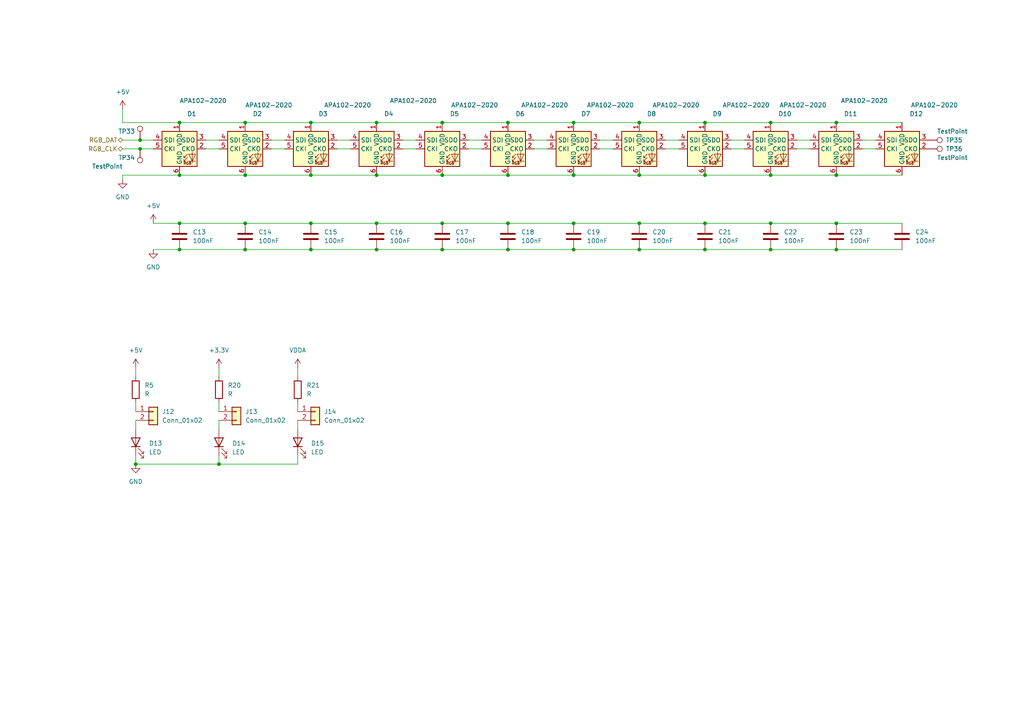
<source format=kicad_sch>
(kicad_sch (version 20230121) (generator eeschema)
  (paper "A4")
  (lib_symbols
    (symbol "Connector:TestPoint" (pin_numbers hide) (pin_names (offset 0.762) hide)
      (property "Reference" "TP" (at 0 6.858 0))
      (property "Value" "TestPoint" (at 0 5.08 0))
      (symbol "TestPoint_0_1"
        (circle (center 0 3.302) (radius 0.762))
      )
      (symbol "TestPoint_1_1"
        (pin passive line (at 0 0 90) (length 2.54) (name "1") (number "1"))
      )
    )
    (symbol "Connector_Generic:Conn_01x02" (pin_names (offset 1.016) hide)
      (property "Reference" "J" (at 0 2.54 0))
      (property "Value" "Conn_01x02" (at 0 -5.08 0))
      (symbol "Conn_01x02_1_1"
        (rectangle (start -1.27 -2.413) (end 0 -2.667) (stroke (width 0.1524)))
        (rectangle (start -1.27 0.127) (end 0 -0.127) (stroke (width 0.1524)))
        (rectangle (start -1.27 1.27) (end 1.27 -3.81) (stroke (width 0.254)) (fill (type background)))
        (pin passive line (at -5.08 0 0) (length 3.81) (name "Pin_1") (number "1"))
        (pin passive line (at -5.08 -2.54 0) (length 3.81) (name "Pin_2") (number "2"))
      )
    )
    (symbol "Device:C" (pin_numbers hide) (pin_names (offset 0.254))
      (property "Reference" "C" (at 0.635 2.54 0))
      (property "Value" "C" (at 0.635 -2.54 0))
      (symbol "C_0_1"
        (polyline (pts (xy -2.032 -0.762) (xy 2.032 -0.762)) (stroke (width 0.508)))
        (polyline (pts (xy -2.032 0.762) (xy 2.032 0.762)) (stroke (width 0.508)))
      )
      (symbol "C_1_1"
        (pin passive line (at 0 3.81 270) (length 2.794) (name "~") (number "1"))
        (pin passive line (at 0 -3.81 90) (length 2.794) (name "~") (number "2"))
      )
    )
    (symbol "Device:LED" (pin_numbers hide) (pin_names (offset 1.016) hide)
      (property "Reference" "D" (at 0 2.54 0))
      (property "Value" "LED" (at 0 -2.54 0))
      (symbol "LED_0_1"
        (polyline (pts (xy -1.27 -1.27) (xy -1.27 1.27)) (stroke (width 0.254)))
        (polyline (pts (xy -1.27 0) (xy 1.27 0)))
        (polyline (pts (xy 1.27 -1.27) (xy 1.27 1.27) (xy -1.27 0) (xy 1.27 -1.27)) (stroke (width 0.254)))
        (polyline (pts (xy -3.048 -0.762) (xy -4.572 -2.286) (xy -3.81 -2.286) (xy -4.572 -2.286) (xy -4.572 -1.524)))
        (polyline (pts (xy -1.778 -0.762) (xy -3.302 -2.286) (xy -2.54 -2.286) (xy -3.302 -2.286) (xy -3.302 -1.524)))
      )
      (symbol "LED_1_1"
        (pin passive line (at -3.81 0 0) (length 2.54) (name "K") (number "1"))
        (pin passive line (at 3.81 0 180) (length 2.54) (name "A") (number "2"))
      )
    )
    (symbol "Device:R" (pin_numbers hide) (pin_names (offset 0))
      (property "Reference" "R" (at 2.032 0 90))
      (property "Value" "R" (at 0 0 90))
      (symbol "R_0_1"
        (rectangle (start -1.016 -2.54) (end 1.016 2.54) (stroke (width 0.254)))
      )
      (symbol "R_1_1"
        (pin passive line (at 0 3.81 270) (length 1.27) (name "~") (number "1"))
        (pin passive line (at 0 -3.81 90) (length 1.27) (name "~") (number "2"))
      )
    )
    (symbol "LED:APA102-2020"
      (property "Reference" "D" (at 5.08 5.715 0))
      (property "Value" "APA102-2020" (at 1.27 -5.715 0))
      (symbol "APA102-2020_0_0"
        (text "RGB" (at 2.286 -4.191 0) (effects (font (size 0.762 0.762))))
      )
      (symbol "APA102-2020_0_1"
        (polyline (pts (xy 1.27 -3.556) (xy 1.778 -3.556)))
        (polyline (pts (xy 1.27 -2.54) (xy 1.778 -2.54)))
        (polyline (pts (xy 4.699 -3.556) (xy 2.667 -3.556)))
        (polyline (pts (xy 2.286 -2.54) (xy 1.27 -3.556) (xy 1.27 -3.048)))
        (polyline (pts (xy 2.286 -1.524) (xy 1.27 -2.54) (xy 1.27 -2.032)))
        (polyline (pts (xy 3.683 -1.016) (xy 3.683 -3.556) (xy 3.683 -4.064)))
        (polyline (pts (xy 4.699 -1.524) (xy 2.667 -1.524) (xy 3.683 -3.556) (xy 4.699 -1.524)))
        (rectangle (start 5.08 5.08) (end -5.08 -5.08) (stroke (width 0.254)) (fill (type background)))
      )
      (symbol "APA102-2020_1_1"
        (pin power_in line (at 0 7.62 270) (length 2.54) (name "VDD") (number "1"))
        (pin output line (at 7.62 0 180) (length 2.54) (name "CKO") (number "2"))
        (pin output line (at 7.62 2.54 180) (length 2.54) (name "SDO") (number "3"))
        (pin input line (at -7.62 2.54 0) (length 2.54) (name "SDI") (number "4"))
        (pin input line (at -7.62 0 0) (length 2.54) (name "CKI") (number "5"))
        (pin power_in line (at 0 -7.62 90) (length 2.54) (name "GND") (number "6"))
      )
    )
    (symbol "power:+3.3V" (power) (pin_names (offset 0))
      (property "Value" "+3.3V" (at 0 3.556 0))
      (symbol "+3.3V_0_1"
        (polyline (pts (xy -0.762 1.27) (xy 0 2.54)))
        (polyline (pts (xy 0 0) (xy 0 2.54)))
        (polyline (pts (xy 0 2.54) (xy 0.762 1.27)))
      )
      (symbol "+3.3V_1_1"
        (pin power_in line (at 0 0 90) (length 0) hide (name "+3.3V") (number "1"))
      )
    )
    (symbol "power:+5V" (power) (pin_names (offset 0))
      (property "Value" "+5V" (at 0 3.556 0))
      (symbol "+5V_0_1"
        (polyline (pts (xy -0.762 1.27) (xy 0 2.54)))
        (polyline (pts (xy 0 0) (xy 0 2.54)))
        (polyline (pts (xy 0 2.54) (xy 0.762 1.27)))
      )
      (symbol "+5V_1_1"
        (pin power_in line (at 0 0 90) (length 0) hide (name "+5V") (number "1"))
      )
    )
    (symbol "power:GND" (power) (pin_names (offset 0))
      (property "Value" "GND" (at 0 -3.81 0))
      (symbol "GND_0_1"
        (polyline (pts (xy 0 0) (xy 0 -1.27) (xy 1.27 -1.27) (xy 0 -2.54) (xy -1.27 -1.27) (xy 0 -1.27)))
      )
      (symbol "GND_1_1"
        (pin power_in line (at 0 0 270) (length 0) hide (name "GND") (number "1"))
      )
    )
    (symbol "power:VDDA" (power) (pin_names (offset 0))
      (property "Value" "VDDA" (at 0 3.81 0))
      (symbol "VDDA_0_1"
        (polyline (pts (xy -0.762 1.27) (xy 0 2.54)))
        (polyline (pts (xy 0 0) (xy 0 2.54)))
        (polyline (pts (xy 0 2.54) (xy 0.762 1.27)))
      )
      (symbol "VDDA_1_1"
        (pin power_in line (at 0 0 90) (length 0) hide (name "VDDA") (number "1"))
      )
    )
  )
  (junction (at 90.17 72.39))
  (junction (at 128.27 35.56))
  (junction (at 223.52 35.56))
  (junction (at 128.27 50.8))
  (junction (at 71.12 35.56))
  (junction (at 71.12 50.8))
  (junction (at 90.17 35.56))
  (junction (at 147.32 72.39))
  (junction (at 185.42 64.77))
  (junction (at 128.27 64.77))
  (junction (at 90.17 64.77))
  (junction (at 185.42 35.56))
  (junction (at 204.47 64.77))
  (junction (at 52.07 72.39))
  (junction (at 242.57 64.77))
  (junction (at 109.22 64.77))
  (junction (at 242.57 50.8))
  (junction (at 128.27 72.39))
  (junction (at 204.47 50.8))
  (junction (at 185.42 50.8))
  (junction (at 71.12 72.39))
  (junction (at 90.17 50.8))
  (junction (at 109.22 35.56))
  (junction (at 71.12 64.77))
  (junction (at 52.07 50.8))
  (junction (at 223.52 50.8))
  (junction (at 223.52 72.39))
  (junction (at 109.22 50.8))
  (junction (at 63.5 134.62))
  (junction (at 166.37 64.77))
  (junction (at 52.07 64.77))
  (junction (at 147.32 64.77))
  (junction (at 52.07 35.56))
  (junction (at 166.37 72.39))
  (junction (at 166.37 50.8))
  (junction (at 40.64 40.64))
  (junction (at 204.47 72.39))
  (junction (at 147.32 35.56))
  (junction (at 204.47 35.56))
  (junction (at 109.22 72.39))
  (junction (at 40.64 43.18))
  (junction (at 147.32 50.8))
  (junction (at 242.57 72.39))
  (junction (at 242.57 35.56))
  (junction (at 39.37 134.62))
  (junction (at 223.52 64.77))
  (junction (at 185.42 72.39))
  (junction (at 166.37 35.56))
  (wire (pts (xy 78.74 40.64) (xy 82.55 40.64)))
  (wire (pts (xy 44.45 64.77) (xy 52.07 64.77)))
  (wire (pts (xy 193.04 40.64) (xy 196.85 40.64)))
  (wire (pts (xy 128.27 72.39) (xy 147.32 72.39)))
  (wire (pts (xy 166.37 72.39) (xy 185.42 72.39)))
  (wire (pts (xy 63.5 121.92) (xy 63.5 124.46)))
  (wire (pts (xy 154.94 43.18) (xy 158.75 43.18)))
  (wire (pts (xy 63.5 106.68) (xy 63.5 109.22)))
  (wire (pts (xy 154.94 40.64) (xy 158.75 40.64)))
  (wire (pts (xy 116.84 40.64) (xy 120.65 40.64)))
  (wire (pts (xy 90.17 72.39) (xy 109.22 72.39)))
  (wire (pts (xy 78.74 43.18) (xy 82.55 43.18)))
  (wire (pts (xy 128.27 50.8) (xy 147.32 50.8)))
  (wire (pts (xy 39.37 106.68) (xy 39.37 109.22)))
  (wire (pts (xy 59.69 43.18) (xy 63.5 43.18)))
  (wire (pts (xy 223.52 50.8) (xy 242.57 50.8)))
  (wire (pts (xy 63.5 132.08) (xy 63.5 134.62)))
  (wire (pts (xy 223.52 72.39) (xy 242.57 72.39)))
  (wire (pts (xy 185.42 64.77) (xy 204.47 64.77)))
  (wire (pts (xy 39.37 121.92) (xy 39.37 124.46)))
  (wire (pts (xy 39.37 132.08) (xy 39.37 134.62)))
  (wire (pts (xy 231.14 40.64) (xy 234.95 40.64)))
  (wire (pts (xy 173.99 43.18) (xy 177.8 43.18)))
  (wire (pts (xy 90.17 64.77) (xy 109.22 64.77)))
  (wire (pts (xy 52.07 50.8) (xy 71.12 50.8)))
  (wire (pts (xy 166.37 50.8) (xy 185.42 50.8)))
  (wire (pts (xy 185.42 72.39) (xy 204.47 72.39)))
  (wire (pts (xy 52.07 35.56) (xy 71.12 35.56)))
  (wire (pts (xy 212.09 40.64) (xy 215.9 40.64)))
  (wire (pts (xy 86.36 132.08) (xy 86.36 134.62)))
  (wire (pts (xy 35.56 40.64) (xy 40.64 40.64)))
  (wire (pts (xy 212.09 43.18) (xy 215.9 43.18)))
  (wire (pts (xy 204.47 64.77) (xy 223.52 64.77)))
  (wire (pts (xy 86.36 106.68) (xy 86.36 109.22)))
  (wire (pts (xy 242.57 50.8) (xy 261.62 50.8)))
  (wire (pts (xy 147.32 50.8) (xy 166.37 50.8)))
  (wire (pts (xy 71.12 64.77) (xy 90.17 64.77)))
  (wire (pts (xy 185.42 35.56) (xy 204.47 35.56)))
  (wire (pts (xy 250.19 40.64) (xy 254 40.64)))
  (wire (pts (xy 166.37 64.77) (xy 185.42 64.77)))
  (wire (pts (xy 90.17 50.8) (xy 109.22 50.8)))
  (wire (pts (xy 185.42 50.8) (xy 204.47 50.8)))
  (wire (pts (xy 242.57 35.56) (xy 261.62 35.56)))
  (wire (pts (xy 128.27 64.77) (xy 147.32 64.77)))
  (wire (pts (xy 35.56 31.75) (xy 35.56 35.56)))
  (wire (pts (xy 63.5 134.62) (xy 86.36 134.62)))
  (wire (pts (xy 135.89 43.18) (xy 139.7 43.18)))
  (wire (pts (xy 128.27 35.56) (xy 147.32 35.56)))
  (wire (pts (xy 86.36 121.92) (xy 86.36 124.46)))
  (wire (pts (xy 242.57 64.77) (xy 261.62 64.77)))
  (wire (pts (xy 52.07 72.39) (xy 71.12 72.39)))
  (wire (pts (xy 71.12 72.39) (xy 90.17 72.39)))
  (wire (pts (xy 97.79 40.64) (xy 101.6 40.64)))
  (wire (pts (xy 40.64 43.18) (xy 44.45 43.18)))
  (wire (pts (xy 109.22 50.8) (xy 128.27 50.8)))
  (wire (pts (xy 52.07 64.77) (xy 71.12 64.77)))
  (wire (pts (xy 35.56 35.56) (xy 52.07 35.56)))
  (wire (pts (xy 147.32 35.56) (xy 166.37 35.56)))
  (wire (pts (xy 250.19 43.18) (xy 254 43.18)))
  (wire (pts (xy 71.12 50.8) (xy 90.17 50.8)))
  (wire (pts (xy 223.52 64.77) (xy 242.57 64.77)))
  (wire (pts (xy 35.56 43.18) (xy 40.64 43.18)))
  (wire (pts (xy 109.22 64.77) (xy 128.27 64.77)))
  (wire (pts (xy 109.22 72.39) (xy 128.27 72.39)))
  (wire (pts (xy 166.37 35.56) (xy 185.42 35.56)))
  (wire (pts (xy 223.52 35.56) (xy 242.57 35.56)))
  (wire (pts (xy 147.32 72.39) (xy 166.37 72.39)))
  (wire (pts (xy 204.47 35.56) (xy 223.52 35.56)))
  (wire (pts (xy 109.22 35.56) (xy 128.27 35.56)))
  (wire (pts (xy 204.47 72.39) (xy 223.52 72.39)))
  (wire (pts (xy 63.5 116.84) (xy 63.5 119.38)))
  (wire (pts (xy 193.04 43.18) (xy 196.85 43.18)))
  (wire (pts (xy 231.14 43.18) (xy 234.95 43.18)))
  (wire (pts (xy 35.56 52.07) (xy 35.56 50.8)))
  (wire (pts (xy 71.12 35.56) (xy 90.17 35.56)))
  (wire (pts (xy 39.37 116.84) (xy 39.37 119.38)))
  (wire (pts (xy 63.5 134.62) (xy 39.37 134.62)))
  (wire (pts (xy 59.69 40.64) (xy 63.5 40.64)))
  (wire (pts (xy 97.79 43.18) (xy 101.6 43.18)))
  (wire (pts (xy 86.36 116.84) (xy 86.36 119.38)))
  (wire (pts (xy 147.32 64.77) (xy 166.37 64.77)))
  (wire (pts (xy 90.17 35.56) (xy 109.22 35.56)))
  (wire (pts (xy 242.57 72.39) (xy 261.62 72.39)))
  (wire (pts (xy 173.99 40.64) (xy 177.8 40.64)))
  (wire (pts (xy 204.47 50.8) (xy 223.52 50.8)))
  (wire (pts (xy 35.56 50.8) (xy 52.07 50.8)))
  (wire (pts (xy 40.64 40.64) (xy 44.45 40.64)))
  (wire (pts (xy 44.45 72.39) (xy 52.07 72.39)))
  (wire (pts (xy 135.89 40.64) (xy 139.7 40.64)))
  (wire (pts (xy 116.84 43.18) (xy 120.65 43.18)))
  (hierarchical_label "RGB_CLK" (shape bidirectional) (at 35.56 43.18 180))
  (hierarchical_label "RGB_DAT" (shape bidirectional) (at 35.56 40.64 180))
  (symbol (lib_id "Connector:TestPoint") (at 269.24 40.64 270) (unit 1)
    (property "Reference" "TP35" (at 274.32 40.64 90) (effects (justify left)))
    (property "Value" "TestPoint" (at 271.78 38.1 90) (effects (justify left)))
    (property "Footprint" "TestPoint:TestPoint_Pad_D1.0mm" (effects hide))
  )
  (symbol (lib_id "Device:C") (at 128.27 68.58 0) (unit 1)
    (property "Reference" "C17" (at 132.08 67.31 0) (effects (justify left)))
    (property "Value" "100nF" (at 132.08 69.85 0) (effects (justify left)))
    (property "Footprint" "Capacitor_SMD:C_0603_1608Metric_Pad1.08x0.95mm_HandSolder" (effects hide))
  )
  (symbol (lib_id "LED:APA102-2020") (at 223.52 43.18 0) (unit 1)
    (property "Reference" "D10" (at 225.7141 33.02 0) (effects (justify left)))
    (property "Value" "APA102-2020" (at 226.06 30.48 0) (effects (justify left)))
    (property "Footprint" "LED_SMD:LED-APA102-2020" (effects hide))
    (property "Datasheet" "http://www.led-color.com/upload/201604/APA102-2020%20SMD%20LED.pdf" (effects hide))
  )
  (symbol (lib_id "Device:C") (at 90.17 68.58 0) (unit 1)
    (property "Reference" "C15" (at 93.98 67.31 0) (effects (justify left)))
    (property "Value" "100nF" (at 93.98 69.85 0) (effects (justify left)))
    (property "Footprint" "Capacitor_SMD:C_0603_1608Metric_Pad1.08x0.95mm_HandSolder" (effects hide))
  )
  (symbol (lib_id "LED:APA102-2020") (at 261.62 43.18 0) (unit 1)
    (property "Reference" "D12" (at 263.8141 33.02 0) (effects (justify left)))
    (property "Value" "APA102-2020" (at 264.16 30.48 0) (effects (justify left)))
    (property "Footprint" "LED_SMD:LED-APA102-2020" (effects hide))
    (property "Datasheet" "http://www.led-color.com/upload/201604/APA102-2020%20SMD%20LED.pdf" (effects hide))
  )
  (symbol (lib_id "Connector_Generic:Conn_01x02") (at 91.44 119.38 0) (unit 1)
    (property "Reference" "J14" (at 93.98 119.38 0) (effects (justify left)))
    (property "Value" "Conn_01x02" (at 93.98 121.92 0) (effects (justify left)))
    (property "Footprint" "Connector_PinSocket_2.54mm:PinSocket_1x02_P2.54mm_Vertical" (effects hide))
  )
  (symbol (lib_id "Device:R") (at 63.5 113.03 0) (unit 1)
    (property "Reference" "R20" (at 66.04 111.76 0) (effects (justify left)))
    (property "Value" "R" (at 66.04 114.3 0) (effects (justify left)))
    (property "Footprint" "Resistor_SMD:R_0603_1608Metric_Pad0.98x0.95mm_HandSolder" (effects hide))
  )
  (symbol (lib_id "LED:APA102-2020") (at 128.27 43.18 0) (unit 1)
    (property "Reference" "D5" (at 130.4641 33.02 0) (effects (justify left)))
    (property "Value" "APA102-2020" (at 130.81 30.48 0) (effects (justify left)))
    (property "Footprint" "LED_SMD:LED-APA102-2020" (effects hide))
    (property "Datasheet" "http://www.led-color.com/upload/201604/APA102-2020%20SMD%20LED.pdf" (effects hide))
  )
  (symbol (lib_id "Device:C") (at 223.52 68.58 0) (unit 1)
    (property "Reference" "C22" (at 227.33 67.31 0) (effects (justify left)))
    (property "Value" "100nF" (at 227.33 69.85 0) (effects (justify left)))
    (property "Footprint" "Capacitor_SMD:C_0603_1608Metric_Pad1.08x0.95mm_HandSolder" (effects hide))
  )
  (symbol (lib_id "Connector_Generic:Conn_01x02") (at 68.58 119.38 0) (unit 1)
    (property "Reference" "J13" (at 71.12 119.38 0) (effects (justify left)))
    (property "Value" "Conn_01x02" (at 71.12 121.92 0) (effects (justify left)))
    (property "Footprint" "Connector_PinSocket_2.54mm:PinSocket_1x02_P2.54mm_Vertical" (effects hide))
  )
  (symbol (lib_id "Device:C") (at 261.62 68.58 0) (unit 1)
    (property "Reference" "C24" (at 265.43 67.31 0) (effects (justify left)))
    (property "Value" "100nF" (at 265.43 69.85 0) (effects (justify left)))
    (property "Footprint" "Capacitor_SMD:C_0603_1608Metric_Pad1.08x0.95mm_HandSolder" (effects hide))
  )
  (symbol (lib_id "Device:C") (at 147.32 68.58 0) (unit 1)
    (property "Reference" "C18" (at 151.13 67.31 0) (effects (justify left)))
    (property "Value" "100nF" (at 151.13 69.85 0) (effects (justify left)))
    (property "Footprint" "Capacitor_SMD:C_0603_1608Metric_Pad1.08x0.95mm_HandSolder" (effects hide))
  )
  (symbol (lib_id "Device:C") (at 166.37 68.58 0) (unit 1)
    (property "Reference" "C19" (at 170.18 67.31 0) (effects (justify left)))
    (property "Value" "100nF" (at 170.18 69.85 0) (effects (justify left)))
    (property "Footprint" "Capacitor_SMD:C_0603_1608Metric_Pad1.08x0.95mm_HandSolder" (effects hide))
  )
  (symbol (lib_id "power:+5V") (at 35.56 31.75 0) (unit 1)
    (property "Reference" "#PWR09" (effects hide))
    (property "Value" "+5V" (at 35.56 26.67 0))
  )
  (symbol (lib_id "Device:C") (at 242.57 68.58 0) (unit 1)
    (property "Reference" "C23" (at 246.38 67.31 0) (effects (justify left)))
    (property "Value" "100nF" (at 246.38 69.85 0) (effects (justify left)))
    (property "Footprint" "Capacitor_SMD:C_0603_1608Metric_Pad1.08x0.95mm_HandSolder" (effects hide))
  )
  (symbol (lib_id "LED:APA102-2020") (at 242.57 43.18 0) (unit 1)
    (property "Reference" "D11" (at 244.7641 33.02 0) (effects (justify left)))
    (property "Value" "APA102-2020" (at 243.84 29.21 0) (effects (justify left)))
    (property "Footprint" "LED_SMD:LED-APA102-2020" (effects hide))
    (property "Datasheet" "http://www.led-color.com/upload/201604/APA102-2020%20SMD%20LED.pdf" (effects hide))
  )
  (symbol (lib_id "Device:R") (at 86.36 113.03 0) (unit 1)
    (property "Reference" "R21" (at 88.9 111.76 0) (effects (justify left)))
    (property "Value" "R" (at 88.9 114.3 0) (effects (justify left)))
    (property "Footprint" "Resistor_SMD:R_0603_1608Metric_Pad0.98x0.95mm_HandSolder" (effects hide))
  )
  (symbol (lib_id "power:+5V") (at 39.37 106.68 0) (unit 1)
    (property "Reference" "#PWR025" (effects hide))
    (property "Value" "+5V" (at 39.37 101.6 0))
  )
  (symbol (lib_id "LED:APA102-2020") (at 147.32 43.18 0) (unit 1)
    (property "Reference" "D6" (at 149.5141 33.02 0) (effects (justify left)))
    (property "Value" "APA102-2020" (at 151.13 30.48 0) (effects (justify left)))
    (property "Footprint" "LED_SMD:LED-APA102-2020" (effects hide))
    (property "Datasheet" "http://www.led-color.com/upload/201604/APA102-2020%20SMD%20LED.pdf" (effects hide))
  )
  (symbol (lib_id "Device:LED") (at 63.5 128.27 90) (unit 1)
    (property "Reference" "D14" (at 67.31 128.5875 90) (effects (justify right)))
    (property "Value" "LED" (at 67.31 131.1275 90) (effects (justify right)))
    (property "Footprint" "LED_SMD:LED_0805_2012Metric_Pad1.15x1.40mm_HandSolder" (effects hide))
  )
  (symbol (lib_id "power:GND") (at 44.45 72.39 0) (unit 1)
    (property "Reference" "#PWR054" (effects hide))
    (property "Value" "GND" (at 44.45 77.47 0))
  )
  (symbol (lib_id "power:+3.3V") (at 63.5 106.68 0) (unit 1)
    (property "Reference" "#PWR034" (effects hide))
    (property "Value" "+3.3V" (at 63.5 101.6 0))
  )
  (symbol (lib_id "Connector:TestPoint") (at 269.24 43.18 270) (unit 1)
    (property "Reference" "TP36" (at 274.32 43.18 90) (effects (justify left)))
    (property "Value" "TestPoint" (at 271.78 45.72 90) (effects (justify left)))
    (property "Footprint" "TestPoint:TestPoint_Pad_D1.0mm" (effects hide))
  )
  (symbol (lib_id "Device:C") (at 52.07 68.58 0) (unit 1)
    (property "Reference" "C13" (at 55.88 67.31 0) (effects (justify left)))
    (property "Value" "100nF" (at 55.88 69.85 0) (effects (justify left)))
    (property "Footprint" "Capacitor_SMD:C_0603_1608Metric_Pad1.08x0.95mm_HandSolder" (effects hide))
  )
  (symbol (lib_id "Connector:TestPoint") (at 40.64 40.64 0) (unit 1)
    (property "Reference" "TP33" (at 34.29 38.1 0) (effects (justify left)))
    (property "Value" "TestPoint" (at 26.67 48.26 0) (effects (justify left)))
    (property "Footprint" "TestPoint:TestPoint_Pad_D1.0mm" (effects hide))
  )
  (symbol (lib_id "Device:C") (at 71.12 68.58 0) (unit 1)
    (property "Reference" "C14" (at 74.93 67.31 0) (effects (justify left)))
    (property "Value" "100nF" (at 74.93 69.85 0) (effects (justify left)))
    (property "Footprint" "Capacitor_SMD:C_0603_1608Metric_Pad1.08x0.95mm_HandSolder" (effects hide))
  )
  (symbol (lib_id "power:GND") (at 39.37 134.62 0) (unit 1)
    (property "Reference" "#PWR013" (effects hide))
    (property "Value" "GND" (at 39.37 139.7 0))
  )
  (symbol (lib_id "Connector_Generic:Conn_01x02") (at 44.45 119.38 0) (unit 1)
    (property "Reference" "J12" (at 46.99 119.38 0) (effects (justify left)))
    (property "Value" "Conn_01x02" (at 46.99 121.92 0) (effects (justify left)))
    (property "Footprint" "Connector_PinSocket_2.54mm:PinSocket_1x02_P2.54mm_Vertical" (effects hide))
  )
  (symbol (lib_id "power:+5V") (at 44.45 64.77 0) (unit 1)
    (property "Reference" "#PWR053" (effects hide))
    (property "Value" "+5V" (at 44.45 59.69 0))
  )
  (symbol (lib_id "power:VDDA") (at 86.36 106.68 0) (unit 1)
    (property "Reference" "#PWR035" (effects hide))
    (property "Value" "VDDA" (at 86.36 101.6 0))
  )
  (symbol (lib_id "Device:LED") (at 39.37 128.27 90) (unit 1)
    (property "Reference" "D13" (at 43.18 128.5875 90) (effects (justify right)))
    (property "Value" "LED" (at 43.18 131.1275 90) (effects (justify right)))
    (property "Footprint" "LED_SMD:LED_0805_2012Metric_Pad1.15x1.40mm_HandSolder" (effects hide))
  )
  (symbol (lib_id "LED:APA102-2020") (at 109.22 43.18 0) (unit 1)
    (property "Reference" "D4" (at 111.4141 33.02 0) (effects (justify left)))
    (property "Value" "APA102-2020" (at 113.03 29.21 0) (effects (justify left)))
    (property "Footprint" "LED_SMD:LED-APA102-2020" (effects hide))
    (property "Datasheet" "http://www.led-color.com/upload/201604/APA102-2020%20SMD%20LED.pdf" (effects hide))
  )
  (symbol (lib_id "Device:C") (at 109.22 68.58 0) (unit 1)
    (property "Reference" "C16" (at 113.03 67.31 0) (effects (justify left)))
    (property "Value" "100nF" (at 113.03 69.85 0) (effects (justify left)))
    (property "Footprint" "Capacitor_SMD:C_0603_1608Metric_Pad1.08x0.95mm_HandSolder" (effects hide))
  )
  (symbol (lib_id "LED:APA102-2020") (at 71.12 43.18 0) (unit 1)
    (property "Reference" "D2" (at 73.3141 33.02 0) (effects (justify left)))
    (property "Value" "APA102-2020" (at 71.12 30.48 0) (effects (justify left)))
    (property "Footprint" "LED_SMD:LED-APA102-2020" (effects hide))
    (property "Datasheet" "http://www.led-color.com/upload/201604/APA102-2020%20SMD%20LED.pdf" (effects hide))
  )
  (symbol (lib_id "LED:APA102-2020") (at 166.37 43.18 0) (unit 1)
    (property "Reference" "D7" (at 168.5641 33.02 0) (effects (justify left)))
    (property "Value" "APA102-2020" (at 170.18 30.48 0) (effects (justify left)))
    (property "Footprint" "LED_SMD:LED-APA102-2020" (effects hide))
    (property "Datasheet" "http://www.led-color.com/upload/201604/APA102-2020%20SMD%20LED.pdf" (effects hide))
  )
  (symbol (lib_id "LED:APA102-2020") (at 185.42 43.18 0) (unit 1)
    (property "Reference" "D8" (at 187.6141 33.02 0) (effects (justify left)))
    (property "Value" "APA102-2020" (at 189.23 30.48 0) (effects (justify left)))
    (property "Footprint" "LED_SMD:LED-APA102-2020" (effects hide))
    (property "Datasheet" "http://www.led-color.com/upload/201604/APA102-2020%20SMD%20LED.pdf" (effects hide))
  )
  (symbol (lib_id "LED:APA102-2020") (at 52.07 43.18 0) (unit 1)
    (property "Reference" "D1" (at 54.2641 33.02 0) (effects (justify left)))
    (property "Value" "APA102-2020" (at 52.07 29.21 0) (effects (justify left)))
    (property "Footprint" "LED_SMD:LED-APA102-2020" (effects hide))
    (property "Datasheet" "http://www.led-color.com/upload/201604/APA102-2020%20SMD%20LED.pdf" (effects hide))
  )
  (symbol (lib_id "Device:C") (at 204.47 68.58 0) (unit 1)
    (property "Reference" "C21" (at 208.28 67.31 0) (effects (justify left)))
    (property "Value" "100nF" (at 208.28 69.85 0) (effects (justify left)))
    (property "Footprint" "Capacitor_SMD:C_0603_1608Metric_Pad1.08x0.95mm_HandSolder" (effects hide))
  )
  (symbol (lib_id "Device:LED") (at 86.36 128.27 90) (unit 1)
    (property "Reference" "D15" (at 90.17 128.5875 90) (effects (justify right)))
    (property "Value" "LED" (at 90.17 131.1275 90) (effects (justify right)))
    (property "Footprint" "LED_SMD:LED_0805_2012Metric_Pad1.15x1.40mm_HandSolder" (effects hide))
  )
  (symbol (lib_id "Device:R") (at 39.37 113.03 0) (unit 1)
    (property "Reference" "R5" (at 41.91 111.76 0) (effects (justify left)))
    (property "Value" "R" (at 41.91 114.3 0) (effects (justify left)))
    (property "Footprint" "Resistor_SMD:R_0603_1608Metric_Pad0.98x0.95mm_HandSolder" (effects hide))
  )
  (symbol (lib_id "power:GND") (at 35.56 52.07 0) (unit 1)
    (property "Reference" "#PWR012" (effects hide))
    (property "Value" "GND" (at 35.56 57.15 0))
  )
  (symbol (lib_id "LED:APA102-2020") (at 90.17 43.18 0) (unit 1)
    (property "Reference" "D3" (at 92.3641 33.02 0) (effects (justify left)))
    (property "Value" "APA102-2020" (at 93.98 30.48 0) (effects (justify left)))
    (property "Footprint" "LED_SMD:LED-APA102-2020" (effects hide))
    (property "Datasheet" "http://www.led-color.com/upload/201604/APA102-2020%20SMD%20LED.pdf" (effects hide))
  )
  (symbol (lib_id "Device:C") (at 185.42 68.58 0) (unit 1)
    (property "Reference" "C20" (at 189.23 67.31 0) (effects (justify left)))
    (property "Value" "100nF" (at 189.23 69.85 0) (effects (justify left)))
    (property "Footprint" "Capacitor_SMD:C_0603_1608Metric_Pad1.08x0.95mm_HandSolder" (effects hide))
  )
  (symbol (lib_id "Connector:TestPoint") (at 40.64 43.18 180) (unit 1)
    (property "Reference" "TP34" (at 34.29 45.72 0) (effects (justify right)))
    (property "Value" "TestPoint" (effects hide))
    (property "Footprint" "TestPoint:TestPoint_Pad_D1.0mm" (effects hide))
  )
  (symbol (lib_id "LED:APA102-2020") (at 204.47 43.18 0) (unit 1)
    (property "Reference" "D9" (at 206.6641 33.02 0) (effects (justify left)))
    (property "Value" "APA102-2020" (at 209.55 30.48 0) (effects (justify left)))
    (property "Footprint" "LED_SMD:LED-APA102-2020" (effects hide))
    (property "Datasheet" "http://www.led-color.com/upload/201604/APA102-2020%20SMD%20LED.pdf" (effects hide))
  )
)
</source>
